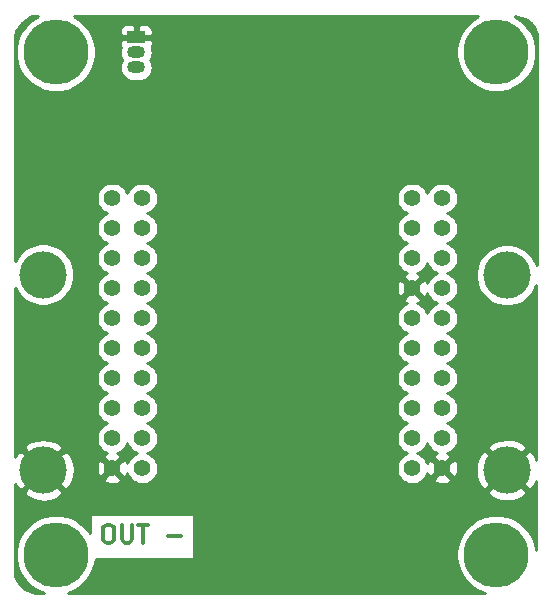
<source format=gtl>
G04 #@! TF.GenerationSoftware,KiCad,Pcbnew,5.1.5+dfsg1-2build2*
G04 #@! TF.CreationDate,2021-05-18T17:36:40-03:00*
G04 #@! TF.ProjectId,jbox_kicad,6a626f78-5f6b-4696-9361-642e6b696361,0*
G04 #@! TF.SameCoordinates,Original*
G04 #@! TF.FileFunction,Copper,L1,Top*
G04 #@! TF.FilePolarity,Positive*
%FSLAX46Y46*%
G04 Gerber Fmt 4.6, Leading zero omitted, Abs format (unit mm)*
G04 Created by KiCad (PCBNEW 5.1.5+dfsg1-2build2) date 2021-05-18 17:36:40*
%MOMM*%
%LPD*%
G04 APERTURE LIST*
%ADD10C,0.300000*%
%ADD11C,5.500000*%
%ADD12C,1.400000*%
%ADD13R,1.500000X1.050000*%
%ADD14O,1.500000X1.050000*%
%ADD15C,4.000000*%
%ADD16C,0.762000*%
%ADD17C,0.254000*%
G04 APERTURE END LIST*
D10*
X218297500Y-150435571D02*
X218583214Y-150435571D01*
X218726071Y-150507000D01*
X218868928Y-150649857D01*
X218940357Y-150935571D01*
X218940357Y-151435571D01*
X218868928Y-151721285D01*
X218726071Y-151864142D01*
X218583214Y-151935571D01*
X218297500Y-151935571D01*
X218154642Y-151864142D01*
X218011785Y-151721285D01*
X217940357Y-151435571D01*
X217940357Y-150935571D01*
X218011785Y-150649857D01*
X218154642Y-150507000D01*
X218297500Y-150435571D01*
X219583214Y-150435571D02*
X219583214Y-151649857D01*
X219654642Y-151792714D01*
X219726071Y-151864142D01*
X219868928Y-151935571D01*
X220154642Y-151935571D01*
X220297500Y-151864142D01*
X220368928Y-151792714D01*
X220440357Y-151649857D01*
X220440357Y-150435571D01*
X220940357Y-150435571D02*
X221797500Y-150435571D01*
X221368928Y-151935571D02*
X221368928Y-150435571D01*
X223440357Y-151364142D02*
X224583214Y-151364142D01*
D11*
X213992460Y-110397500D03*
X251269500Y-110397500D03*
X213992460Y-152942500D03*
X251269500Y-152942500D03*
D12*
X221310200Y-145643600D03*
X218770200Y-145643600D03*
X218770200Y-143103600D03*
X221310200Y-143103600D03*
X218770200Y-140563600D03*
X221310200Y-140563600D03*
X218770200Y-138023600D03*
X221310200Y-138023600D03*
X218770200Y-135483600D03*
X221310200Y-135483600D03*
X218770200Y-132943600D03*
X221310200Y-132943600D03*
X218770200Y-130403600D03*
X221310200Y-130403600D03*
X218770200Y-127863600D03*
X221310200Y-127863600D03*
X218770200Y-125323600D03*
X221310200Y-125323600D03*
X218770200Y-122783600D03*
X221310200Y-122783600D03*
X244170200Y-145643600D03*
X246710200Y-145643600D03*
X244170200Y-143103600D03*
X246710200Y-143103600D03*
X244170200Y-140563600D03*
X246710200Y-140563600D03*
X244170200Y-138023600D03*
X246710200Y-138023600D03*
X244170200Y-135483600D03*
X246710200Y-135483600D03*
X244170200Y-132943600D03*
X246710200Y-132943600D03*
X244170200Y-130403600D03*
X246710200Y-130403600D03*
X244170200Y-127863600D03*
X246710200Y-127863600D03*
X244170200Y-125323600D03*
X246710200Y-125323600D03*
X244170200Y-122783600D03*
X246710200Y-122783600D03*
D13*
X220789500Y-109156500D03*
D14*
X220789500Y-111696500D03*
X220789500Y-110426500D03*
D15*
X252171200Y-129286000D03*
X212915500Y-129232660D03*
X252171200Y-145796000D03*
X212928200Y-145806160D03*
D16*
X214058500Y-118173500D03*
X222567500Y-114744500D03*
X222567500Y-115633500D03*
X252285500Y-148844000D03*
X214058500Y-116014500D03*
X214058500Y-121539000D03*
X213106000Y-148844000D03*
X253809500Y-122618500D03*
X253809500Y-124714000D03*
X216090500Y-126174500D03*
X213995000Y-114363500D03*
D17*
G36*
X249666101Y-107397752D02*
G01*
X249111688Y-107768198D01*
X248640198Y-108239688D01*
X248269752Y-108794101D01*
X248014583Y-109410132D01*
X247884500Y-110064107D01*
X247884500Y-110730893D01*
X248014583Y-111384868D01*
X248269752Y-112000899D01*
X248640198Y-112555312D01*
X249111688Y-113026802D01*
X249666101Y-113397248D01*
X250282132Y-113652417D01*
X250936107Y-113782500D01*
X251602893Y-113782500D01*
X252256868Y-113652417D01*
X252872899Y-113397248D01*
X253427312Y-113026802D01*
X253898802Y-112555312D01*
X254269248Y-112000899D01*
X254524417Y-111384868D01*
X254654500Y-110730893D01*
X254654500Y-110064107D01*
X254524417Y-109410132D01*
X254269248Y-108794101D01*
X253898802Y-108239688D01*
X253427312Y-107768198D01*
X252872899Y-107397752D01*
X252841400Y-107384705D01*
X253063891Y-107401461D01*
X253470527Y-107514283D01*
X253847504Y-107703939D01*
X254180465Y-107963206D01*
X254456725Y-108282206D01*
X254673732Y-108662766D01*
X254711015Y-108758299D01*
X254683606Y-128465897D01*
X254506307Y-128037859D01*
X254217938Y-127606285D01*
X253850915Y-127239262D01*
X253419341Y-126950893D01*
X252939801Y-126752261D01*
X252430725Y-126651000D01*
X251911675Y-126651000D01*
X251402599Y-126752261D01*
X250923059Y-126950893D01*
X250491485Y-127239262D01*
X250124462Y-127606285D01*
X249836093Y-128037859D01*
X249637461Y-128517399D01*
X249536200Y-129026475D01*
X249536200Y-129545525D01*
X249637461Y-130054601D01*
X249836093Y-130534141D01*
X250124462Y-130965715D01*
X250491485Y-131332738D01*
X250923059Y-131621107D01*
X251402599Y-131819739D01*
X251911675Y-131921000D01*
X252430725Y-131921000D01*
X252939801Y-131819739D01*
X253419341Y-131621107D01*
X253850915Y-131332738D01*
X254217938Y-130965715D01*
X254506307Y-130534141D01*
X254681317Y-130111629D01*
X254660711Y-144928409D01*
X254608479Y-144761474D01*
X254385458Y-144344228D01*
X254018699Y-144128106D01*
X252350805Y-145796000D01*
X254018699Y-147463894D01*
X254385458Y-147247772D01*
X254626138Y-146787895D01*
X254658277Y-146678525D01*
X254650060Y-152586785D01*
X254524417Y-151955132D01*
X254269248Y-151339101D01*
X253898802Y-150784688D01*
X253427312Y-150313198D01*
X252872899Y-149942752D01*
X252256868Y-149687583D01*
X251602893Y-149557500D01*
X250936107Y-149557500D01*
X250282132Y-149687583D01*
X249666101Y-149942752D01*
X249111688Y-150313198D01*
X248640198Y-150784688D01*
X248269752Y-151339101D01*
X248014583Y-151955132D01*
X247884500Y-152609107D01*
X247884500Y-153275893D01*
X248014583Y-153929868D01*
X248269752Y-154545899D01*
X248640198Y-155100312D01*
X249111688Y-155571802D01*
X249666101Y-155942248D01*
X250281850Y-156197300D01*
X214980110Y-156197300D01*
X215595859Y-155942248D01*
X216150272Y-155571802D01*
X216621762Y-155100312D01*
X216992208Y-154545899D01*
X217247377Y-153929868D01*
X217375251Y-153287000D01*
X225725357Y-153287000D01*
X225725357Y-149467000D01*
X216869643Y-149467000D01*
X216869643Y-151155669D01*
X216621762Y-150784688D01*
X216150272Y-150313198D01*
X215595859Y-149942752D01*
X214979828Y-149687583D01*
X214325853Y-149557500D01*
X213659067Y-149557500D01*
X213005092Y-149687583D01*
X212389061Y-149942752D01*
X211834648Y-150313198D01*
X211363158Y-150784688D01*
X210992712Y-151339101D01*
X210737543Y-151955132D01*
X210607460Y-152609107D01*
X210607460Y-153275893D01*
X210737543Y-153929868D01*
X210992712Y-154545899D01*
X211363158Y-155100312D01*
X211834648Y-155571802D01*
X212389061Y-155942248D01*
X213004810Y-156197300D01*
X212658216Y-156197300D01*
X212198221Y-156162231D01*
X211791229Y-156048905D01*
X211414002Y-155858687D01*
X211080903Y-155598818D01*
X210804625Y-155279202D01*
X210587452Y-154897533D01*
X210553150Y-154809850D01*
X210544358Y-147653659D01*
X211260306Y-147653659D01*
X211476428Y-148020418D01*
X211936305Y-148261098D01*
X212434298Y-148407435D01*
X212951271Y-148453808D01*
X213467359Y-148398433D01*
X213962726Y-148243439D01*
X214379972Y-148020418D01*
X214596094Y-147653659D01*
X214585934Y-147643499D01*
X250503306Y-147643499D01*
X250719428Y-148010258D01*
X251179305Y-148250938D01*
X251677298Y-148397275D01*
X252194271Y-148443648D01*
X252710359Y-148388273D01*
X253205726Y-148233279D01*
X253622972Y-148010258D01*
X253839094Y-147643499D01*
X252171200Y-145975605D01*
X250503306Y-147643499D01*
X214585934Y-147643499D01*
X212928200Y-145985765D01*
X211260306Y-147653659D01*
X210544358Y-147653659D01*
X210543479Y-146939016D01*
X210713942Y-147257932D01*
X211080701Y-147474054D01*
X212748595Y-145806160D01*
X213107805Y-145806160D01*
X214775699Y-147474054D01*
X215142458Y-147257932D01*
X215383138Y-146798055D01*
X215451660Y-146564869D01*
X218028536Y-146564869D01*
X218087997Y-146798637D01*
X218326442Y-146909534D01*
X218581940Y-146971783D01*
X218844673Y-146982990D01*
X219104544Y-146942725D01*
X219351566Y-146852535D01*
X219452403Y-146798637D01*
X219511864Y-146564869D01*
X218770200Y-145823205D01*
X218028536Y-146564869D01*
X215451660Y-146564869D01*
X215529475Y-146300062D01*
X215575848Y-145783089D01*
X215568872Y-145718073D01*
X217430810Y-145718073D01*
X217471075Y-145977944D01*
X217561265Y-146224966D01*
X217615163Y-146325803D01*
X217848931Y-146385264D01*
X218590595Y-145643600D01*
X217848931Y-144901936D01*
X217615163Y-144961397D01*
X217504266Y-145199842D01*
X217442017Y-145455340D01*
X217430810Y-145718073D01*
X215568872Y-145718073D01*
X215520473Y-145267001D01*
X215365479Y-144771634D01*
X215142458Y-144354388D01*
X214775699Y-144138266D01*
X213107805Y-145806160D01*
X212748595Y-145806160D01*
X211080701Y-144138266D01*
X210713942Y-144354388D01*
X210540710Y-144685389D01*
X210539818Y-143958661D01*
X211260306Y-143958661D01*
X212928200Y-145626555D01*
X214596094Y-143958661D01*
X214379972Y-143591902D01*
X213920095Y-143351222D01*
X213422102Y-143204885D01*
X212905129Y-143158512D01*
X212389041Y-143213887D01*
X211893674Y-143368881D01*
X211476428Y-143591902D01*
X211260306Y-143958661D01*
X210539818Y-143958661D01*
X210523087Y-130342451D01*
X210580393Y-130480801D01*
X210868762Y-130912375D01*
X211235785Y-131279398D01*
X211667359Y-131567767D01*
X212146899Y-131766399D01*
X212655975Y-131867660D01*
X213175025Y-131867660D01*
X213684101Y-131766399D01*
X214163641Y-131567767D01*
X214595215Y-131279398D01*
X214962238Y-130912375D01*
X215250607Y-130480801D01*
X215449239Y-130001261D01*
X215550500Y-129492185D01*
X215550500Y-128973135D01*
X215449239Y-128464059D01*
X215250607Y-127984519D01*
X214962238Y-127552945D01*
X214595215Y-127185922D01*
X214163641Y-126897553D01*
X213684101Y-126698921D01*
X213175025Y-126597660D01*
X212655975Y-126597660D01*
X212146899Y-126698921D01*
X211667359Y-126897553D01*
X211235785Y-127185922D01*
X210868762Y-127552945D01*
X210580393Y-127984519D01*
X210520367Y-128129434D01*
X210513637Y-122652114D01*
X217435200Y-122652114D01*
X217435200Y-122915086D01*
X217486504Y-123173005D01*
X217587139Y-123415959D01*
X217733238Y-123634613D01*
X217919187Y-123820562D01*
X218137841Y-123966661D01*
X218347730Y-124053600D01*
X218137841Y-124140539D01*
X217919187Y-124286638D01*
X217733238Y-124472587D01*
X217587139Y-124691241D01*
X217486504Y-124934195D01*
X217435200Y-125192114D01*
X217435200Y-125455086D01*
X217486504Y-125713005D01*
X217587139Y-125955959D01*
X217733238Y-126174613D01*
X217919187Y-126360562D01*
X218137841Y-126506661D01*
X218347730Y-126593600D01*
X218137841Y-126680539D01*
X217919187Y-126826638D01*
X217733238Y-127012587D01*
X217587139Y-127231241D01*
X217486504Y-127474195D01*
X217435200Y-127732114D01*
X217435200Y-127995086D01*
X217486504Y-128253005D01*
X217587139Y-128495959D01*
X217733238Y-128714613D01*
X217919187Y-128900562D01*
X218137841Y-129046661D01*
X218347730Y-129133600D01*
X218137841Y-129220539D01*
X217919187Y-129366638D01*
X217733238Y-129552587D01*
X217587139Y-129771241D01*
X217486504Y-130014195D01*
X217435200Y-130272114D01*
X217435200Y-130535086D01*
X217486504Y-130793005D01*
X217587139Y-131035959D01*
X217733238Y-131254613D01*
X217919187Y-131440562D01*
X218137841Y-131586661D01*
X218347730Y-131673600D01*
X218137841Y-131760539D01*
X217919187Y-131906638D01*
X217733238Y-132092587D01*
X217587139Y-132311241D01*
X217486504Y-132554195D01*
X217435200Y-132812114D01*
X217435200Y-133075086D01*
X217486504Y-133333005D01*
X217587139Y-133575959D01*
X217733238Y-133794613D01*
X217919187Y-133980562D01*
X218137841Y-134126661D01*
X218347730Y-134213600D01*
X218137841Y-134300539D01*
X217919187Y-134446638D01*
X217733238Y-134632587D01*
X217587139Y-134851241D01*
X217486504Y-135094195D01*
X217435200Y-135352114D01*
X217435200Y-135615086D01*
X217486504Y-135873005D01*
X217587139Y-136115959D01*
X217733238Y-136334613D01*
X217919187Y-136520562D01*
X218137841Y-136666661D01*
X218347730Y-136753600D01*
X218137841Y-136840539D01*
X217919187Y-136986638D01*
X217733238Y-137172587D01*
X217587139Y-137391241D01*
X217486504Y-137634195D01*
X217435200Y-137892114D01*
X217435200Y-138155086D01*
X217486504Y-138413005D01*
X217587139Y-138655959D01*
X217733238Y-138874613D01*
X217919187Y-139060562D01*
X218137841Y-139206661D01*
X218347730Y-139293600D01*
X218137841Y-139380539D01*
X217919187Y-139526638D01*
X217733238Y-139712587D01*
X217587139Y-139931241D01*
X217486504Y-140174195D01*
X217435200Y-140432114D01*
X217435200Y-140695086D01*
X217486504Y-140953005D01*
X217587139Y-141195959D01*
X217733238Y-141414613D01*
X217919187Y-141600562D01*
X218137841Y-141746661D01*
X218347730Y-141833600D01*
X218137841Y-141920539D01*
X217919187Y-142066638D01*
X217733238Y-142252587D01*
X217587139Y-142471241D01*
X217486504Y-142714195D01*
X217435200Y-142972114D01*
X217435200Y-143235086D01*
X217486504Y-143493005D01*
X217587139Y-143735959D01*
X217733238Y-143954613D01*
X217919187Y-144140562D01*
X218137841Y-144286661D01*
X218351644Y-144375221D01*
X218188834Y-144434665D01*
X218087997Y-144488563D01*
X218028536Y-144722331D01*
X218770200Y-145463995D01*
X219511864Y-144722331D01*
X219452403Y-144488563D01*
X219213958Y-144377666D01*
X219194373Y-144372894D01*
X219402559Y-144286661D01*
X219621213Y-144140562D01*
X219807162Y-143954613D01*
X219953261Y-143735959D01*
X220040200Y-143526070D01*
X220127139Y-143735959D01*
X220273238Y-143954613D01*
X220459187Y-144140562D01*
X220677841Y-144286661D01*
X220887730Y-144373600D01*
X220677841Y-144460539D01*
X220459187Y-144606638D01*
X220273238Y-144792587D01*
X220127139Y-145011241D01*
X220038579Y-145225044D01*
X219979135Y-145062234D01*
X219925237Y-144961397D01*
X219691469Y-144901936D01*
X218949805Y-145643600D01*
X219691469Y-146385264D01*
X219925237Y-146325803D01*
X220036134Y-146087358D01*
X220040906Y-146067773D01*
X220127139Y-146275959D01*
X220273238Y-146494613D01*
X220459187Y-146680562D01*
X220677841Y-146826661D01*
X220920795Y-146927296D01*
X221178714Y-146978600D01*
X221441686Y-146978600D01*
X221699605Y-146927296D01*
X221942559Y-146826661D01*
X222161213Y-146680562D01*
X222347162Y-146494613D01*
X222493261Y-146275959D01*
X222593896Y-146033005D01*
X222645200Y-145775086D01*
X222645200Y-145512114D01*
X222593896Y-145254195D01*
X222493261Y-145011241D01*
X222347162Y-144792587D01*
X222161213Y-144606638D01*
X221942559Y-144460539D01*
X221732670Y-144373600D01*
X221942559Y-144286661D01*
X222161213Y-144140562D01*
X222347162Y-143954613D01*
X222493261Y-143735959D01*
X222593896Y-143493005D01*
X222645200Y-143235086D01*
X222645200Y-142972114D01*
X222593896Y-142714195D01*
X222493261Y-142471241D01*
X222347162Y-142252587D01*
X222161213Y-142066638D01*
X221942559Y-141920539D01*
X221732670Y-141833600D01*
X221942559Y-141746661D01*
X222161213Y-141600562D01*
X222347162Y-141414613D01*
X222493261Y-141195959D01*
X222593896Y-140953005D01*
X222645200Y-140695086D01*
X222645200Y-140432114D01*
X222593896Y-140174195D01*
X222493261Y-139931241D01*
X222347162Y-139712587D01*
X222161213Y-139526638D01*
X221942559Y-139380539D01*
X221732670Y-139293600D01*
X221942559Y-139206661D01*
X222161213Y-139060562D01*
X222347162Y-138874613D01*
X222493261Y-138655959D01*
X222593896Y-138413005D01*
X222645200Y-138155086D01*
X222645200Y-137892114D01*
X222593896Y-137634195D01*
X222493261Y-137391241D01*
X222347162Y-137172587D01*
X222161213Y-136986638D01*
X221942559Y-136840539D01*
X221732670Y-136753600D01*
X221942559Y-136666661D01*
X222161213Y-136520562D01*
X222347162Y-136334613D01*
X222493261Y-136115959D01*
X222593896Y-135873005D01*
X222645200Y-135615086D01*
X222645200Y-135352114D01*
X222593896Y-135094195D01*
X222493261Y-134851241D01*
X222347162Y-134632587D01*
X222161213Y-134446638D01*
X221942559Y-134300539D01*
X221732670Y-134213600D01*
X221942559Y-134126661D01*
X222161213Y-133980562D01*
X222347162Y-133794613D01*
X222493261Y-133575959D01*
X222593896Y-133333005D01*
X222645200Y-133075086D01*
X222645200Y-132812114D01*
X222593896Y-132554195D01*
X222493261Y-132311241D01*
X222347162Y-132092587D01*
X222161213Y-131906638D01*
X221942559Y-131760539D01*
X221732670Y-131673600D01*
X221942559Y-131586661D01*
X222161213Y-131440562D01*
X222347162Y-131254613D01*
X222493261Y-131035959D01*
X222593896Y-130793005D01*
X222645200Y-130535086D01*
X222645200Y-130478073D01*
X242830810Y-130478073D01*
X242871075Y-130737944D01*
X242961265Y-130984966D01*
X243015163Y-131085803D01*
X243248931Y-131145264D01*
X243990595Y-130403600D01*
X243248931Y-129661936D01*
X243015163Y-129721397D01*
X242904266Y-129959842D01*
X242842017Y-130215340D01*
X242830810Y-130478073D01*
X222645200Y-130478073D01*
X222645200Y-130272114D01*
X222593896Y-130014195D01*
X222493261Y-129771241D01*
X222347162Y-129552587D01*
X222161213Y-129366638D01*
X221942559Y-129220539D01*
X221732670Y-129133600D01*
X221942559Y-129046661D01*
X222161213Y-128900562D01*
X222347162Y-128714613D01*
X222493261Y-128495959D01*
X222593896Y-128253005D01*
X222645200Y-127995086D01*
X222645200Y-127732114D01*
X222593896Y-127474195D01*
X222493261Y-127231241D01*
X222347162Y-127012587D01*
X222161213Y-126826638D01*
X221942559Y-126680539D01*
X221732670Y-126593600D01*
X221942559Y-126506661D01*
X222161213Y-126360562D01*
X222347162Y-126174613D01*
X222493261Y-125955959D01*
X222593896Y-125713005D01*
X222645200Y-125455086D01*
X222645200Y-125192114D01*
X222593896Y-124934195D01*
X222493261Y-124691241D01*
X222347162Y-124472587D01*
X222161213Y-124286638D01*
X221942559Y-124140539D01*
X221732670Y-124053600D01*
X221942559Y-123966661D01*
X222161213Y-123820562D01*
X222347162Y-123634613D01*
X222493261Y-123415959D01*
X222593896Y-123173005D01*
X222645200Y-122915086D01*
X222645200Y-122652114D01*
X242835200Y-122652114D01*
X242835200Y-122915086D01*
X242886504Y-123173005D01*
X242987139Y-123415959D01*
X243133238Y-123634613D01*
X243319187Y-123820562D01*
X243537841Y-123966661D01*
X243747730Y-124053600D01*
X243537841Y-124140539D01*
X243319187Y-124286638D01*
X243133238Y-124472587D01*
X242987139Y-124691241D01*
X242886504Y-124934195D01*
X242835200Y-125192114D01*
X242835200Y-125455086D01*
X242886504Y-125713005D01*
X242987139Y-125955959D01*
X243133238Y-126174613D01*
X243319187Y-126360562D01*
X243537841Y-126506661D01*
X243747730Y-126593600D01*
X243537841Y-126680539D01*
X243319187Y-126826638D01*
X243133238Y-127012587D01*
X242987139Y-127231241D01*
X242886504Y-127474195D01*
X242835200Y-127732114D01*
X242835200Y-127995086D01*
X242886504Y-128253005D01*
X242987139Y-128495959D01*
X243133238Y-128714613D01*
X243319187Y-128900562D01*
X243537841Y-129046661D01*
X243751644Y-129135221D01*
X243588834Y-129194665D01*
X243487997Y-129248563D01*
X243428536Y-129482331D01*
X244170200Y-130223995D01*
X244911864Y-129482331D01*
X244852403Y-129248563D01*
X244613958Y-129137666D01*
X244594373Y-129132894D01*
X244802559Y-129046661D01*
X245021213Y-128900562D01*
X245207162Y-128714613D01*
X245353261Y-128495959D01*
X245440200Y-128286070D01*
X245527139Y-128495959D01*
X245673238Y-128714613D01*
X245859187Y-128900562D01*
X246077841Y-129046661D01*
X246287730Y-129133600D01*
X246077841Y-129220539D01*
X245859187Y-129366638D01*
X245673238Y-129552587D01*
X245527139Y-129771241D01*
X245438579Y-129985044D01*
X245379135Y-129822234D01*
X245325237Y-129721397D01*
X245091469Y-129661936D01*
X244349805Y-130403600D01*
X245091469Y-131145264D01*
X245325237Y-131085803D01*
X245436134Y-130847358D01*
X245440906Y-130827773D01*
X245527139Y-131035959D01*
X245673238Y-131254613D01*
X245859187Y-131440562D01*
X246077841Y-131586661D01*
X246287730Y-131673600D01*
X246077841Y-131760539D01*
X245859187Y-131906638D01*
X245673238Y-132092587D01*
X245527139Y-132311241D01*
X245440200Y-132521130D01*
X245353261Y-132311241D01*
X245207162Y-132092587D01*
X245021213Y-131906638D01*
X244802559Y-131760539D01*
X244588756Y-131671979D01*
X244751566Y-131612535D01*
X244852403Y-131558637D01*
X244911864Y-131324869D01*
X244170200Y-130583205D01*
X243428536Y-131324869D01*
X243487997Y-131558637D01*
X243726442Y-131669534D01*
X243746027Y-131674306D01*
X243537841Y-131760539D01*
X243319187Y-131906638D01*
X243133238Y-132092587D01*
X242987139Y-132311241D01*
X242886504Y-132554195D01*
X242835200Y-132812114D01*
X242835200Y-133075086D01*
X242886504Y-133333005D01*
X242987139Y-133575959D01*
X243133238Y-133794613D01*
X243319187Y-133980562D01*
X243537841Y-134126661D01*
X243747730Y-134213600D01*
X243537841Y-134300539D01*
X243319187Y-134446638D01*
X243133238Y-134632587D01*
X242987139Y-134851241D01*
X242886504Y-135094195D01*
X242835200Y-135352114D01*
X242835200Y-135615086D01*
X242886504Y-135873005D01*
X242987139Y-136115959D01*
X243133238Y-136334613D01*
X243319187Y-136520562D01*
X243537841Y-136666661D01*
X243747730Y-136753600D01*
X243537841Y-136840539D01*
X243319187Y-136986638D01*
X243133238Y-137172587D01*
X242987139Y-137391241D01*
X242886504Y-137634195D01*
X242835200Y-137892114D01*
X242835200Y-138155086D01*
X242886504Y-138413005D01*
X242987139Y-138655959D01*
X243133238Y-138874613D01*
X243319187Y-139060562D01*
X243537841Y-139206661D01*
X243747730Y-139293600D01*
X243537841Y-139380539D01*
X243319187Y-139526638D01*
X243133238Y-139712587D01*
X242987139Y-139931241D01*
X242886504Y-140174195D01*
X242835200Y-140432114D01*
X242835200Y-140695086D01*
X242886504Y-140953005D01*
X242987139Y-141195959D01*
X243133238Y-141414613D01*
X243319187Y-141600562D01*
X243537841Y-141746661D01*
X243747730Y-141833600D01*
X243537841Y-141920539D01*
X243319187Y-142066638D01*
X243133238Y-142252587D01*
X242987139Y-142471241D01*
X242886504Y-142714195D01*
X242835200Y-142972114D01*
X242835200Y-143235086D01*
X242886504Y-143493005D01*
X242987139Y-143735959D01*
X243133238Y-143954613D01*
X243319187Y-144140562D01*
X243537841Y-144286661D01*
X243747730Y-144373600D01*
X243537841Y-144460539D01*
X243319187Y-144606638D01*
X243133238Y-144792587D01*
X242987139Y-145011241D01*
X242886504Y-145254195D01*
X242835200Y-145512114D01*
X242835200Y-145775086D01*
X242886504Y-146033005D01*
X242987139Y-146275959D01*
X243133238Y-146494613D01*
X243319187Y-146680562D01*
X243537841Y-146826661D01*
X243780795Y-146927296D01*
X244038714Y-146978600D01*
X244301686Y-146978600D01*
X244559605Y-146927296D01*
X244802559Y-146826661D01*
X245021213Y-146680562D01*
X245136906Y-146564869D01*
X245968536Y-146564869D01*
X246027997Y-146798637D01*
X246266442Y-146909534D01*
X246521940Y-146971783D01*
X246784673Y-146982990D01*
X247044544Y-146942725D01*
X247291566Y-146852535D01*
X247392403Y-146798637D01*
X247451864Y-146564869D01*
X246710200Y-145823205D01*
X245968536Y-146564869D01*
X245136906Y-146564869D01*
X245207162Y-146494613D01*
X245353261Y-146275959D01*
X245441821Y-146062156D01*
X245501265Y-146224966D01*
X245555163Y-146325803D01*
X245788931Y-146385264D01*
X246530595Y-145643600D01*
X246889805Y-145643600D01*
X247631469Y-146385264D01*
X247865237Y-146325803D01*
X247976134Y-146087358D01*
X248038383Y-145831860D01*
X248038928Y-145819071D01*
X249523552Y-145819071D01*
X249578927Y-146335159D01*
X249733921Y-146830526D01*
X249956942Y-147247772D01*
X250323701Y-147463894D01*
X251991595Y-145796000D01*
X250323701Y-144128106D01*
X249956942Y-144344228D01*
X249716262Y-144804105D01*
X249569925Y-145302098D01*
X249523552Y-145819071D01*
X248038928Y-145819071D01*
X248049590Y-145569127D01*
X248009325Y-145309256D01*
X247919135Y-145062234D01*
X247865237Y-144961397D01*
X247631469Y-144901936D01*
X246889805Y-145643600D01*
X246530595Y-145643600D01*
X245788931Y-144901936D01*
X245555163Y-144961397D01*
X245444266Y-145199842D01*
X245439494Y-145219427D01*
X245353261Y-145011241D01*
X245207162Y-144792587D01*
X245021213Y-144606638D01*
X244802559Y-144460539D01*
X244592670Y-144373600D01*
X244802559Y-144286661D01*
X245021213Y-144140562D01*
X245207162Y-143954613D01*
X245353261Y-143735959D01*
X245440200Y-143526070D01*
X245527139Y-143735959D01*
X245673238Y-143954613D01*
X245859187Y-144140562D01*
X246077841Y-144286661D01*
X246291644Y-144375221D01*
X246128834Y-144434665D01*
X246027997Y-144488563D01*
X245968536Y-144722331D01*
X246710200Y-145463995D01*
X247451864Y-144722331D01*
X247392403Y-144488563D01*
X247153958Y-144377666D01*
X247134373Y-144372894D01*
X247342559Y-144286661D01*
X247561213Y-144140562D01*
X247747162Y-143954613D01*
X247751245Y-143948501D01*
X250503306Y-143948501D01*
X252171200Y-145616395D01*
X253839094Y-143948501D01*
X253622972Y-143581742D01*
X253163095Y-143341062D01*
X252665102Y-143194725D01*
X252148129Y-143148352D01*
X251632041Y-143203727D01*
X251136674Y-143358721D01*
X250719428Y-143581742D01*
X250503306Y-143948501D01*
X247751245Y-143948501D01*
X247893261Y-143735959D01*
X247993896Y-143493005D01*
X248045200Y-143235086D01*
X248045200Y-142972114D01*
X247993896Y-142714195D01*
X247893261Y-142471241D01*
X247747162Y-142252587D01*
X247561213Y-142066638D01*
X247342559Y-141920539D01*
X247132670Y-141833600D01*
X247342559Y-141746661D01*
X247561213Y-141600562D01*
X247747162Y-141414613D01*
X247893261Y-141195959D01*
X247993896Y-140953005D01*
X248045200Y-140695086D01*
X248045200Y-140432114D01*
X247993896Y-140174195D01*
X247893261Y-139931241D01*
X247747162Y-139712587D01*
X247561213Y-139526638D01*
X247342559Y-139380539D01*
X247132670Y-139293600D01*
X247342559Y-139206661D01*
X247561213Y-139060562D01*
X247747162Y-138874613D01*
X247893261Y-138655959D01*
X247993896Y-138413005D01*
X248045200Y-138155086D01*
X248045200Y-137892114D01*
X247993896Y-137634195D01*
X247893261Y-137391241D01*
X247747162Y-137172587D01*
X247561213Y-136986638D01*
X247342559Y-136840539D01*
X247132670Y-136753600D01*
X247342559Y-136666661D01*
X247561213Y-136520562D01*
X247747162Y-136334613D01*
X247893261Y-136115959D01*
X247993896Y-135873005D01*
X248045200Y-135615086D01*
X248045200Y-135352114D01*
X247993896Y-135094195D01*
X247893261Y-134851241D01*
X247747162Y-134632587D01*
X247561213Y-134446638D01*
X247342559Y-134300539D01*
X247132670Y-134213600D01*
X247342559Y-134126661D01*
X247561213Y-133980562D01*
X247747162Y-133794613D01*
X247893261Y-133575959D01*
X247993896Y-133333005D01*
X248045200Y-133075086D01*
X248045200Y-132812114D01*
X247993896Y-132554195D01*
X247893261Y-132311241D01*
X247747162Y-132092587D01*
X247561213Y-131906638D01*
X247342559Y-131760539D01*
X247132670Y-131673600D01*
X247342559Y-131586661D01*
X247561213Y-131440562D01*
X247747162Y-131254613D01*
X247893261Y-131035959D01*
X247993896Y-130793005D01*
X248045200Y-130535086D01*
X248045200Y-130272114D01*
X247993896Y-130014195D01*
X247893261Y-129771241D01*
X247747162Y-129552587D01*
X247561213Y-129366638D01*
X247342559Y-129220539D01*
X247132670Y-129133600D01*
X247342559Y-129046661D01*
X247561213Y-128900562D01*
X247747162Y-128714613D01*
X247893261Y-128495959D01*
X247993896Y-128253005D01*
X248045200Y-127995086D01*
X248045200Y-127732114D01*
X247993896Y-127474195D01*
X247893261Y-127231241D01*
X247747162Y-127012587D01*
X247561213Y-126826638D01*
X247342559Y-126680539D01*
X247132670Y-126593600D01*
X247342559Y-126506661D01*
X247561213Y-126360562D01*
X247747162Y-126174613D01*
X247893261Y-125955959D01*
X247993896Y-125713005D01*
X248045200Y-125455086D01*
X248045200Y-125192114D01*
X247993896Y-124934195D01*
X247893261Y-124691241D01*
X247747162Y-124472587D01*
X247561213Y-124286638D01*
X247342559Y-124140539D01*
X247132670Y-124053600D01*
X247342559Y-123966661D01*
X247561213Y-123820562D01*
X247747162Y-123634613D01*
X247893261Y-123415959D01*
X247993896Y-123173005D01*
X248045200Y-122915086D01*
X248045200Y-122652114D01*
X247993896Y-122394195D01*
X247893261Y-122151241D01*
X247747162Y-121932587D01*
X247561213Y-121746638D01*
X247342559Y-121600539D01*
X247099605Y-121499904D01*
X246841686Y-121448600D01*
X246578714Y-121448600D01*
X246320795Y-121499904D01*
X246077841Y-121600539D01*
X245859187Y-121746638D01*
X245673238Y-121932587D01*
X245527139Y-122151241D01*
X245440200Y-122361130D01*
X245353261Y-122151241D01*
X245207162Y-121932587D01*
X245021213Y-121746638D01*
X244802559Y-121600539D01*
X244559605Y-121499904D01*
X244301686Y-121448600D01*
X244038714Y-121448600D01*
X243780795Y-121499904D01*
X243537841Y-121600539D01*
X243319187Y-121746638D01*
X243133238Y-121932587D01*
X242987139Y-122151241D01*
X242886504Y-122394195D01*
X242835200Y-122652114D01*
X222645200Y-122652114D01*
X222593896Y-122394195D01*
X222493261Y-122151241D01*
X222347162Y-121932587D01*
X222161213Y-121746638D01*
X221942559Y-121600539D01*
X221699605Y-121499904D01*
X221441686Y-121448600D01*
X221178714Y-121448600D01*
X220920795Y-121499904D01*
X220677841Y-121600539D01*
X220459187Y-121746638D01*
X220273238Y-121932587D01*
X220127139Y-122151241D01*
X220040200Y-122361130D01*
X219953261Y-122151241D01*
X219807162Y-121932587D01*
X219621213Y-121746638D01*
X219402559Y-121600539D01*
X219159605Y-121499904D01*
X218901686Y-121448600D01*
X218638714Y-121448600D01*
X218380795Y-121499904D01*
X218137841Y-121600539D01*
X217919187Y-121746638D01*
X217733238Y-121932587D01*
X217587139Y-122151241D01*
X217486504Y-122394195D01*
X217435200Y-122652114D01*
X210513637Y-122652114D01*
X210497466Y-109491245D01*
X210536264Y-109026481D01*
X210652327Y-108620967D01*
X210844944Y-108245721D01*
X211106781Y-107915033D01*
X211427860Y-107641501D01*
X211808070Y-107428765D01*
X211942849Y-107378466D01*
X212435961Y-107378325D01*
X212389061Y-107397752D01*
X211834648Y-107768198D01*
X211363158Y-108239688D01*
X210992712Y-108794101D01*
X210737543Y-109410132D01*
X210607460Y-110064107D01*
X210607460Y-110730893D01*
X210737543Y-111384868D01*
X210992712Y-112000899D01*
X211363158Y-112555312D01*
X211834648Y-113026802D01*
X212389061Y-113397248D01*
X213005092Y-113652417D01*
X213659067Y-113782500D01*
X214325853Y-113782500D01*
X214979828Y-113652417D01*
X215595859Y-113397248D01*
X216150272Y-113026802D01*
X216621762Y-112555312D01*
X216992208Y-112000899D01*
X217247377Y-111384868D01*
X217377460Y-110730893D01*
X217377460Y-110426500D01*
X219398888Y-110426500D01*
X219421285Y-110653900D01*
X219487615Y-110872560D01*
X219588605Y-111061500D01*
X219487615Y-111250440D01*
X219421285Y-111469100D01*
X219398888Y-111696500D01*
X219421285Y-111923900D01*
X219487615Y-112142560D01*
X219595329Y-112344079D01*
X219740288Y-112520712D01*
X219916921Y-112665671D01*
X220118440Y-112773385D01*
X220337100Y-112839715D01*
X220507521Y-112856500D01*
X221071479Y-112856500D01*
X221241900Y-112839715D01*
X221460560Y-112773385D01*
X221662079Y-112665671D01*
X221838712Y-112520712D01*
X221983671Y-112344079D01*
X222091385Y-112142560D01*
X222157715Y-111923900D01*
X222180112Y-111696500D01*
X222157715Y-111469100D01*
X222091385Y-111250440D01*
X221990395Y-111061500D01*
X222091385Y-110872560D01*
X222157715Y-110653900D01*
X222180112Y-110426500D01*
X222157715Y-110199100D01*
X222094407Y-109990402D01*
X222129002Y-109925680D01*
X222165312Y-109805982D01*
X222177572Y-109681500D01*
X222174500Y-109442250D01*
X222015750Y-109283500D01*
X221242609Y-109283500D01*
X221241900Y-109283285D01*
X221071479Y-109266500D01*
X220507521Y-109266500D01*
X220337100Y-109283285D01*
X220336391Y-109283500D01*
X219563250Y-109283500D01*
X219404500Y-109442250D01*
X219401428Y-109681500D01*
X219413688Y-109805982D01*
X219449998Y-109925680D01*
X219484593Y-109990402D01*
X219421285Y-110199100D01*
X219398888Y-110426500D01*
X217377460Y-110426500D01*
X217377460Y-110064107D01*
X217247377Y-109410132D01*
X216992208Y-108794101D01*
X216883562Y-108631500D01*
X219401428Y-108631500D01*
X219404500Y-108870750D01*
X219563250Y-109029500D01*
X220662500Y-109029500D01*
X220662500Y-108155250D01*
X220916500Y-108155250D01*
X220916500Y-109029500D01*
X222015750Y-109029500D01*
X222174500Y-108870750D01*
X222177572Y-108631500D01*
X222165312Y-108507018D01*
X222129002Y-108387320D01*
X222070037Y-108277006D01*
X221990685Y-108180315D01*
X221893994Y-108100963D01*
X221783680Y-108041998D01*
X221663982Y-108005688D01*
X221539500Y-107993428D01*
X221075250Y-107996500D01*
X220916500Y-108155250D01*
X220662500Y-108155250D01*
X220503750Y-107996500D01*
X220039500Y-107993428D01*
X219915018Y-108005688D01*
X219795320Y-108041998D01*
X219685006Y-108100963D01*
X219588315Y-108180315D01*
X219508963Y-108277006D01*
X219449998Y-108387320D01*
X219413688Y-108507018D01*
X219401428Y-108631500D01*
X216883562Y-108631500D01*
X216621762Y-108239688D01*
X216150272Y-107768198D01*
X215595859Y-107397752D01*
X215546811Y-107377436D01*
X249738762Y-107367655D01*
X249666101Y-107397752D01*
G37*
X249666101Y-107397752D02*
X249111688Y-107768198D01*
X248640198Y-108239688D01*
X248269752Y-108794101D01*
X248014583Y-109410132D01*
X247884500Y-110064107D01*
X247884500Y-110730893D01*
X248014583Y-111384868D01*
X248269752Y-112000899D01*
X248640198Y-112555312D01*
X249111688Y-113026802D01*
X249666101Y-113397248D01*
X250282132Y-113652417D01*
X250936107Y-113782500D01*
X251602893Y-113782500D01*
X252256868Y-113652417D01*
X252872899Y-113397248D01*
X253427312Y-113026802D01*
X253898802Y-112555312D01*
X254269248Y-112000899D01*
X254524417Y-111384868D01*
X254654500Y-110730893D01*
X254654500Y-110064107D01*
X254524417Y-109410132D01*
X254269248Y-108794101D01*
X253898802Y-108239688D01*
X253427312Y-107768198D01*
X252872899Y-107397752D01*
X252841400Y-107384705D01*
X253063891Y-107401461D01*
X253470527Y-107514283D01*
X253847504Y-107703939D01*
X254180465Y-107963206D01*
X254456725Y-108282206D01*
X254673732Y-108662766D01*
X254711015Y-108758299D01*
X254683606Y-128465897D01*
X254506307Y-128037859D01*
X254217938Y-127606285D01*
X253850915Y-127239262D01*
X253419341Y-126950893D01*
X252939801Y-126752261D01*
X252430725Y-126651000D01*
X251911675Y-126651000D01*
X251402599Y-126752261D01*
X250923059Y-126950893D01*
X250491485Y-127239262D01*
X250124462Y-127606285D01*
X249836093Y-128037859D01*
X249637461Y-128517399D01*
X249536200Y-129026475D01*
X249536200Y-129545525D01*
X249637461Y-130054601D01*
X249836093Y-130534141D01*
X250124462Y-130965715D01*
X250491485Y-131332738D01*
X250923059Y-131621107D01*
X251402599Y-131819739D01*
X251911675Y-131921000D01*
X252430725Y-131921000D01*
X252939801Y-131819739D01*
X253419341Y-131621107D01*
X253850915Y-131332738D01*
X254217938Y-130965715D01*
X254506307Y-130534141D01*
X254681317Y-130111629D01*
X254660711Y-144928409D01*
X254608479Y-144761474D01*
X254385458Y-144344228D01*
X254018699Y-144128106D01*
X252350805Y-145796000D01*
X254018699Y-147463894D01*
X254385458Y-147247772D01*
X254626138Y-146787895D01*
X254658277Y-146678525D01*
X254650060Y-152586785D01*
X254524417Y-151955132D01*
X254269248Y-151339101D01*
X253898802Y-150784688D01*
X253427312Y-150313198D01*
X252872899Y-149942752D01*
X252256868Y-149687583D01*
X251602893Y-149557500D01*
X250936107Y-149557500D01*
X250282132Y-149687583D01*
X249666101Y-149942752D01*
X249111688Y-150313198D01*
X248640198Y-150784688D01*
X248269752Y-151339101D01*
X248014583Y-151955132D01*
X247884500Y-152609107D01*
X247884500Y-153275893D01*
X248014583Y-153929868D01*
X248269752Y-154545899D01*
X248640198Y-155100312D01*
X249111688Y-155571802D01*
X249666101Y-155942248D01*
X250281850Y-156197300D01*
X214980110Y-156197300D01*
X215595859Y-155942248D01*
X216150272Y-155571802D01*
X216621762Y-155100312D01*
X216992208Y-154545899D01*
X217247377Y-153929868D01*
X217375251Y-153287000D01*
X225725357Y-153287000D01*
X225725357Y-149467000D01*
X216869643Y-149467000D01*
X216869643Y-151155669D01*
X216621762Y-150784688D01*
X216150272Y-150313198D01*
X215595859Y-149942752D01*
X214979828Y-149687583D01*
X214325853Y-149557500D01*
X213659067Y-149557500D01*
X213005092Y-149687583D01*
X212389061Y-149942752D01*
X211834648Y-150313198D01*
X211363158Y-150784688D01*
X210992712Y-151339101D01*
X210737543Y-151955132D01*
X210607460Y-152609107D01*
X210607460Y-153275893D01*
X210737543Y-153929868D01*
X210992712Y-154545899D01*
X211363158Y-155100312D01*
X211834648Y-155571802D01*
X212389061Y-155942248D01*
X213004810Y-156197300D01*
X212658216Y-156197300D01*
X212198221Y-156162231D01*
X211791229Y-156048905D01*
X211414002Y-155858687D01*
X211080903Y-155598818D01*
X210804625Y-155279202D01*
X210587452Y-154897533D01*
X210553150Y-154809850D01*
X210544358Y-147653659D01*
X211260306Y-147653659D01*
X211476428Y-148020418D01*
X211936305Y-148261098D01*
X212434298Y-148407435D01*
X212951271Y-148453808D01*
X213467359Y-148398433D01*
X213962726Y-148243439D01*
X214379972Y-148020418D01*
X214596094Y-147653659D01*
X214585934Y-147643499D01*
X250503306Y-147643499D01*
X250719428Y-148010258D01*
X251179305Y-148250938D01*
X251677298Y-148397275D01*
X252194271Y-148443648D01*
X252710359Y-148388273D01*
X253205726Y-148233279D01*
X253622972Y-148010258D01*
X253839094Y-147643499D01*
X252171200Y-145975605D01*
X250503306Y-147643499D01*
X214585934Y-147643499D01*
X212928200Y-145985765D01*
X211260306Y-147653659D01*
X210544358Y-147653659D01*
X210543479Y-146939016D01*
X210713942Y-147257932D01*
X211080701Y-147474054D01*
X212748595Y-145806160D01*
X213107805Y-145806160D01*
X214775699Y-147474054D01*
X215142458Y-147257932D01*
X215383138Y-146798055D01*
X215451660Y-146564869D01*
X218028536Y-146564869D01*
X218087997Y-146798637D01*
X218326442Y-146909534D01*
X218581940Y-146971783D01*
X218844673Y-146982990D01*
X219104544Y-146942725D01*
X219351566Y-146852535D01*
X219452403Y-146798637D01*
X219511864Y-146564869D01*
X218770200Y-145823205D01*
X218028536Y-146564869D01*
X215451660Y-146564869D01*
X215529475Y-146300062D01*
X215575848Y-145783089D01*
X215568872Y-145718073D01*
X217430810Y-145718073D01*
X217471075Y-145977944D01*
X217561265Y-146224966D01*
X217615163Y-146325803D01*
X217848931Y-146385264D01*
X218590595Y-145643600D01*
X217848931Y-144901936D01*
X217615163Y-144961397D01*
X217504266Y-145199842D01*
X217442017Y-145455340D01*
X217430810Y-145718073D01*
X215568872Y-145718073D01*
X215520473Y-145267001D01*
X215365479Y-144771634D01*
X215142458Y-144354388D01*
X214775699Y-144138266D01*
X213107805Y-145806160D01*
X212748595Y-145806160D01*
X211080701Y-144138266D01*
X210713942Y-144354388D01*
X210540710Y-144685389D01*
X210539818Y-143958661D01*
X211260306Y-143958661D01*
X212928200Y-145626555D01*
X214596094Y-143958661D01*
X214379972Y-143591902D01*
X213920095Y-143351222D01*
X213422102Y-143204885D01*
X212905129Y-143158512D01*
X212389041Y-143213887D01*
X211893674Y-143368881D01*
X211476428Y-143591902D01*
X211260306Y-143958661D01*
X210539818Y-143958661D01*
X210523087Y-130342451D01*
X210580393Y-130480801D01*
X210868762Y-130912375D01*
X211235785Y-131279398D01*
X211667359Y-131567767D01*
X212146899Y-131766399D01*
X212655975Y-131867660D01*
X213175025Y-131867660D01*
X213684101Y-131766399D01*
X214163641Y-131567767D01*
X214595215Y-131279398D01*
X214962238Y-130912375D01*
X215250607Y-130480801D01*
X215449239Y-130001261D01*
X215550500Y-129492185D01*
X215550500Y-128973135D01*
X215449239Y-128464059D01*
X215250607Y-127984519D01*
X214962238Y-127552945D01*
X214595215Y-127185922D01*
X214163641Y-126897553D01*
X213684101Y-126698921D01*
X213175025Y-126597660D01*
X212655975Y-126597660D01*
X212146899Y-126698921D01*
X211667359Y-126897553D01*
X211235785Y-127185922D01*
X210868762Y-127552945D01*
X210580393Y-127984519D01*
X210520367Y-128129434D01*
X210513637Y-122652114D01*
X217435200Y-122652114D01*
X217435200Y-122915086D01*
X217486504Y-123173005D01*
X217587139Y-123415959D01*
X217733238Y-123634613D01*
X217919187Y-123820562D01*
X218137841Y-123966661D01*
X218347730Y-124053600D01*
X218137841Y-124140539D01*
X217919187Y-124286638D01*
X217733238Y-124472587D01*
X217587139Y-124691241D01*
X217486504Y-124934195D01*
X217435200Y-125192114D01*
X217435200Y-125455086D01*
X217486504Y-125713005D01*
X217587139Y-125955959D01*
X217733238Y-126174613D01*
X217919187Y-126360562D01*
X218137841Y-126506661D01*
X218347730Y-126593600D01*
X218137841Y-126680539D01*
X217919187Y-126826638D01*
X217733238Y-127012587D01*
X217587139Y-127231241D01*
X217486504Y-127474195D01*
X217435200Y-127732114D01*
X217435200Y-127995086D01*
X217486504Y-128253005D01*
X217587139Y-128495959D01*
X217733238Y-128714613D01*
X217919187Y-128900562D01*
X218137841Y-129046661D01*
X218347730Y-129133600D01*
X218137841Y-129220539D01*
X217919187Y-129366638D01*
X217733238Y-129552587D01*
X217587139Y-129771241D01*
X217486504Y-130014195D01*
X217435200Y-130272114D01*
X217435200Y-130535086D01*
X217486504Y-130793005D01*
X217587139Y-131035959D01*
X217733238Y-131254613D01*
X217919187Y-131440562D01*
X218137841Y-131586661D01*
X218347730Y-131673600D01*
X218137841Y-131760539D01*
X217919187Y-131906638D01*
X217733238Y-132092587D01*
X217587139Y-132311241D01*
X217486504Y-132554195D01*
X217435200Y-132812114D01*
X217435200Y-133075086D01*
X217486504Y-133333005D01*
X217587139Y-133575959D01*
X217733238Y-133794613D01*
X217919187Y-133980562D01*
X218137841Y-134126661D01*
X218347730Y-134213600D01*
X218137841Y-134300539D01*
X217919187Y-134446638D01*
X217733238Y-134632587D01*
X217587139Y-134851241D01*
X217486504Y-135094195D01*
X217435200Y-135352114D01*
X217435200Y-135615086D01*
X217486504Y-135873005D01*
X217587139Y-136115959D01*
X217733238Y-136334613D01*
X217919187Y-136520562D01*
X218137841Y-136666661D01*
X218347730Y-136753600D01*
X218137841Y-136840539D01*
X217919187Y-136986638D01*
X217733238Y-137172587D01*
X217587139Y-137391241D01*
X217486504Y-137634195D01*
X217435200Y-137892114D01*
X217435200Y-138155086D01*
X217486504Y-138413005D01*
X217587139Y-138655959D01*
X217733238Y-138874613D01*
X217919187Y-139060562D01*
X218137841Y-139206661D01*
X218347730Y-139293600D01*
X218137841Y-139380539D01*
X217919187Y-139526638D01*
X217733238Y-139712587D01*
X217587139Y-139931241D01*
X217486504Y-140174195D01*
X217435200Y-140432114D01*
X217435200Y-140695086D01*
X217486504Y-140953005D01*
X217587139Y-141195959D01*
X217733238Y-141414613D01*
X217919187Y-141600562D01*
X218137841Y-141746661D01*
X218347730Y-141833600D01*
X218137841Y-141920539D01*
X217919187Y-142066638D01*
X217733238Y-142252587D01*
X217587139Y-142471241D01*
X217486504Y-142714195D01*
X217435200Y-142972114D01*
X217435200Y-143235086D01*
X217486504Y-143493005D01*
X217587139Y-143735959D01*
X217733238Y-143954613D01*
X217919187Y-144140562D01*
X218137841Y-144286661D01*
X218351644Y-144375221D01*
X218188834Y-144434665D01*
X218087997Y-144488563D01*
X218028536Y-144722331D01*
X218770200Y-145463995D01*
X219511864Y-144722331D01*
X219452403Y-144488563D01*
X219213958Y-144377666D01*
X219194373Y-144372894D01*
X219402559Y-144286661D01*
X219621213Y-144140562D01*
X219807162Y-143954613D01*
X219953261Y-143735959D01*
X220040200Y-143526070D01*
X220127139Y-143735959D01*
X220273238Y-143954613D01*
X220459187Y-144140562D01*
X220677841Y-144286661D01*
X220887730Y-144373600D01*
X220677841Y-144460539D01*
X220459187Y-144606638D01*
X220273238Y-144792587D01*
X220127139Y-145011241D01*
X220038579Y-145225044D01*
X219979135Y-145062234D01*
X219925237Y-144961397D01*
X219691469Y-144901936D01*
X218949805Y-145643600D01*
X219691469Y-146385264D01*
X219925237Y-146325803D01*
X220036134Y-146087358D01*
X220040906Y-146067773D01*
X220127139Y-146275959D01*
X220273238Y-146494613D01*
X220459187Y-146680562D01*
X220677841Y-146826661D01*
X220920795Y-146927296D01*
X221178714Y-146978600D01*
X221441686Y-146978600D01*
X221699605Y-146927296D01*
X221942559Y-146826661D01*
X222161213Y-146680562D01*
X222347162Y-146494613D01*
X222493261Y-146275959D01*
X222593896Y-146033005D01*
X222645200Y-145775086D01*
X222645200Y-145512114D01*
X222593896Y-145254195D01*
X222493261Y-145011241D01*
X222347162Y-144792587D01*
X222161213Y-144606638D01*
X221942559Y-144460539D01*
X221732670Y-144373600D01*
X221942559Y-144286661D01*
X222161213Y-144140562D01*
X222347162Y-143954613D01*
X222493261Y-143735959D01*
X222593896Y-143493005D01*
X222645200Y-143235086D01*
X222645200Y-142972114D01*
X222593896Y-142714195D01*
X222493261Y-142471241D01*
X222347162Y-142252587D01*
X222161213Y-142066638D01*
X221942559Y-141920539D01*
X221732670Y-141833600D01*
X221942559Y-141746661D01*
X222161213Y-141600562D01*
X222347162Y-141414613D01*
X222493261Y-141195959D01*
X222593896Y-140953005D01*
X222645200Y-140695086D01*
X222645200Y-140432114D01*
X222593896Y-140174195D01*
X222493261Y-139931241D01*
X222347162Y-139712587D01*
X222161213Y-139526638D01*
X221942559Y-139380539D01*
X221732670Y-139293600D01*
X221942559Y-139206661D01*
X222161213Y-139060562D01*
X222347162Y-138874613D01*
X222493261Y-138655959D01*
X222593896Y-138413005D01*
X222645200Y-138155086D01*
X222645200Y-137892114D01*
X222593896Y-137634195D01*
X222493261Y-137391241D01*
X222347162Y-137172587D01*
X222161213Y-136986638D01*
X221942559Y-136840539D01*
X221732670Y-136753600D01*
X221942559Y-136666661D01*
X222161213Y-136520562D01*
X222347162Y-136334613D01*
X222493261Y-136115959D01*
X222593896Y-135873005D01*
X222645200Y-135615086D01*
X222645200Y-135352114D01*
X222593896Y-135094195D01*
X222493261Y-134851241D01*
X222347162Y-134632587D01*
X222161213Y-134446638D01*
X221942559Y-134300539D01*
X221732670Y-134213600D01*
X221942559Y-134126661D01*
X222161213Y-133980562D01*
X222347162Y-133794613D01*
X222493261Y-133575959D01*
X222593896Y-133333005D01*
X222645200Y-133075086D01*
X222645200Y-132812114D01*
X222593896Y-132554195D01*
X222493261Y-132311241D01*
X222347162Y-132092587D01*
X222161213Y-131906638D01*
X221942559Y-131760539D01*
X221732670Y-131673600D01*
X221942559Y-131586661D01*
X222161213Y-131440562D01*
X222347162Y-131254613D01*
X222493261Y-131035959D01*
X222593896Y-130793005D01*
X222645200Y-130535086D01*
X222645200Y-130478073D01*
X242830810Y-130478073D01*
X242871075Y-130737944D01*
X242961265Y-130984966D01*
X243015163Y-131085803D01*
X243248931Y-131145264D01*
X243990595Y-130403600D01*
X243248931Y-129661936D01*
X243015163Y-129721397D01*
X242904266Y-129959842D01*
X242842017Y-130215340D01*
X242830810Y-130478073D01*
X222645200Y-130478073D01*
X222645200Y-130272114D01*
X222593896Y-130014195D01*
X222493261Y-129771241D01*
X222347162Y-129552587D01*
X222161213Y-129366638D01*
X221942559Y-129220539D01*
X221732670Y-129133600D01*
X221942559Y-129046661D01*
X222161213Y-128900562D01*
X222347162Y-128714613D01*
X222493261Y-128495959D01*
X222593896Y-128253005D01*
X222645200Y-127995086D01*
X222645200Y-127732114D01*
X222593896Y-127474195D01*
X222493261Y-127231241D01*
X222347162Y-127012587D01*
X222161213Y-126826638D01*
X221942559Y-126680539D01*
X221732670Y-126593600D01*
X221942559Y-126506661D01*
X222161213Y-126360562D01*
X222347162Y-126174613D01*
X222493261Y-125955959D01*
X222593896Y-125713005D01*
X222645200Y-125455086D01*
X222645200Y-125192114D01*
X222593896Y-124934195D01*
X222493261Y-124691241D01*
X222347162Y-124472587D01*
X222161213Y-124286638D01*
X221942559Y-124140539D01*
X221732670Y-124053600D01*
X221942559Y-123966661D01*
X222161213Y-123820562D01*
X222347162Y-123634613D01*
X222493261Y-123415959D01*
X222593896Y-123173005D01*
X222645200Y-122915086D01*
X222645200Y-122652114D01*
X242835200Y-122652114D01*
X242835200Y-122915086D01*
X242886504Y-123173005D01*
X242987139Y-123415959D01*
X243133238Y-123634613D01*
X243319187Y-123820562D01*
X243537841Y-123966661D01*
X243747730Y-124053600D01*
X243537841Y-124140539D01*
X243319187Y-124286638D01*
X243133238Y-124472587D01*
X242987139Y-124691241D01*
X242886504Y-124934195D01*
X242835200Y-125192114D01*
X242835200Y-125455086D01*
X242886504Y-125713005D01*
X242987139Y-125955959D01*
X243133238Y-126174613D01*
X243319187Y-126360562D01*
X243537841Y-126506661D01*
X243747730Y-126593600D01*
X243537841Y-126680539D01*
X243319187Y-126826638D01*
X243133238Y-127012587D01*
X242987139Y-127231241D01*
X242886504Y-127474195D01*
X242835200Y-127732114D01*
X242835200Y-127995086D01*
X242886504Y-128253005D01*
X242987139Y-128495959D01*
X243133238Y-128714613D01*
X243319187Y-128900562D01*
X243537841Y-129046661D01*
X243751644Y-129135221D01*
X243588834Y-129194665D01*
X243487997Y-129248563D01*
X243428536Y-129482331D01*
X244170200Y-130223995D01*
X244911864Y-129482331D01*
X244852403Y-129248563D01*
X244613958Y-129137666D01*
X244594373Y-129132894D01*
X244802559Y-129046661D01*
X245021213Y-128900562D01*
X245207162Y-128714613D01*
X245353261Y-128495959D01*
X245440200Y-128286070D01*
X245527139Y-128495959D01*
X245673238Y-128714613D01*
X245859187Y-128900562D01*
X246077841Y-129046661D01*
X246287730Y-129133600D01*
X246077841Y-129220539D01*
X245859187Y-129366638D01*
X245673238Y-129552587D01*
X245527139Y-129771241D01*
X245438579Y-129985044D01*
X245379135Y-129822234D01*
X245325237Y-129721397D01*
X245091469Y-129661936D01*
X244349805Y-130403600D01*
X245091469Y-131145264D01*
X245325237Y-131085803D01*
X245436134Y-130847358D01*
X245440906Y-130827773D01*
X245527139Y-131035959D01*
X245673238Y-131254613D01*
X245859187Y-131440562D01*
X246077841Y-131586661D01*
X246287730Y-131673600D01*
X246077841Y-131760539D01*
X245859187Y-131906638D01*
X245673238Y-132092587D01*
X245527139Y-132311241D01*
X245440200Y-132521130D01*
X245353261Y-132311241D01*
X245207162Y-132092587D01*
X245021213Y-131906638D01*
X244802559Y-131760539D01*
X244588756Y-131671979D01*
X244751566Y-131612535D01*
X244852403Y-131558637D01*
X244911864Y-131324869D01*
X244170200Y-130583205D01*
X243428536Y-131324869D01*
X243487997Y-131558637D01*
X243726442Y-131669534D01*
X243746027Y-131674306D01*
X243537841Y-131760539D01*
X243319187Y-131906638D01*
X243133238Y-132092587D01*
X242987139Y-132311241D01*
X242886504Y-132554195D01*
X242835200Y-132812114D01*
X242835200Y-133075086D01*
X242886504Y-133333005D01*
X242987139Y-133575959D01*
X243133238Y-133794613D01*
X243319187Y-133980562D01*
X243537841Y-134126661D01*
X243747730Y-134213600D01*
X243537841Y-134300539D01*
X243319187Y-134446638D01*
X243133238Y-134632587D01*
X242987139Y-134851241D01*
X242886504Y-135094195D01*
X242835200Y-135352114D01*
X242835200Y-135615086D01*
X242886504Y-135873005D01*
X242987139Y-136115959D01*
X243133238Y-136334613D01*
X243319187Y-136520562D01*
X243537841Y-136666661D01*
X243747730Y-136753600D01*
X243537841Y-136840539D01*
X243319187Y-136986638D01*
X243133238Y-137172587D01*
X242987139Y-137391241D01*
X242886504Y-137634195D01*
X242835200Y-137892114D01*
X242835200Y-138155086D01*
X242886504Y-138413005D01*
X242987139Y-138655959D01*
X243133238Y-138874613D01*
X243319187Y-139060562D01*
X243537841Y-139206661D01*
X243747730Y-139293600D01*
X243537841Y-139380539D01*
X243319187Y-139526638D01*
X243133238Y-139712587D01*
X242987139Y-139931241D01*
X242886504Y-140174195D01*
X242835200Y-140432114D01*
X242835200Y-140695086D01*
X242886504Y-140953005D01*
X242987139Y-141195959D01*
X243133238Y-141414613D01*
X243319187Y-141600562D01*
X243537841Y-141746661D01*
X243747730Y-141833600D01*
X243537841Y-141920539D01*
X243319187Y-142066638D01*
X243133238Y-142252587D01*
X242987139Y-142471241D01*
X242886504Y-142714195D01*
X242835200Y-142972114D01*
X242835200Y-143235086D01*
X242886504Y-143493005D01*
X242987139Y-143735959D01*
X243133238Y-143954613D01*
X243319187Y-144140562D01*
X243537841Y-144286661D01*
X243747730Y-144373600D01*
X243537841Y-144460539D01*
X243319187Y-144606638D01*
X243133238Y-144792587D01*
X242987139Y-145011241D01*
X242886504Y-145254195D01*
X242835200Y-145512114D01*
X242835200Y-145775086D01*
X242886504Y-146033005D01*
X242987139Y-146275959D01*
X243133238Y-146494613D01*
X243319187Y-146680562D01*
X243537841Y-146826661D01*
X243780795Y-146927296D01*
X244038714Y-146978600D01*
X244301686Y-146978600D01*
X244559605Y-146927296D01*
X244802559Y-146826661D01*
X245021213Y-146680562D01*
X245136906Y-146564869D01*
X245968536Y-146564869D01*
X246027997Y-146798637D01*
X246266442Y-146909534D01*
X246521940Y-146971783D01*
X246784673Y-146982990D01*
X247044544Y-146942725D01*
X247291566Y-146852535D01*
X247392403Y-146798637D01*
X247451864Y-146564869D01*
X246710200Y-145823205D01*
X245968536Y-146564869D01*
X245136906Y-146564869D01*
X245207162Y-146494613D01*
X245353261Y-146275959D01*
X245441821Y-146062156D01*
X245501265Y-146224966D01*
X245555163Y-146325803D01*
X245788931Y-146385264D01*
X246530595Y-145643600D01*
X246889805Y-145643600D01*
X247631469Y-146385264D01*
X247865237Y-146325803D01*
X247976134Y-146087358D01*
X248038383Y-145831860D01*
X248038928Y-145819071D01*
X249523552Y-145819071D01*
X249578927Y-146335159D01*
X249733921Y-146830526D01*
X249956942Y-147247772D01*
X250323701Y-147463894D01*
X251991595Y-145796000D01*
X250323701Y-144128106D01*
X249956942Y-144344228D01*
X249716262Y-144804105D01*
X249569925Y-145302098D01*
X249523552Y-145819071D01*
X248038928Y-145819071D01*
X248049590Y-145569127D01*
X248009325Y-145309256D01*
X247919135Y-145062234D01*
X247865237Y-144961397D01*
X247631469Y-144901936D01*
X246889805Y-145643600D01*
X246530595Y-145643600D01*
X245788931Y-144901936D01*
X245555163Y-144961397D01*
X245444266Y-145199842D01*
X245439494Y-145219427D01*
X245353261Y-145011241D01*
X245207162Y-144792587D01*
X245021213Y-144606638D01*
X244802559Y-144460539D01*
X244592670Y-144373600D01*
X244802559Y-144286661D01*
X245021213Y-144140562D01*
X245207162Y-143954613D01*
X245353261Y-143735959D01*
X245440200Y-143526070D01*
X245527139Y-143735959D01*
X245673238Y-143954613D01*
X245859187Y-144140562D01*
X246077841Y-144286661D01*
X246291644Y-144375221D01*
X246128834Y-144434665D01*
X246027997Y-144488563D01*
X245968536Y-144722331D01*
X246710200Y-145463995D01*
X247451864Y-144722331D01*
X247392403Y-144488563D01*
X247153958Y-144377666D01*
X247134373Y-144372894D01*
X247342559Y-144286661D01*
X247561213Y-144140562D01*
X247747162Y-143954613D01*
X247751245Y-143948501D01*
X250503306Y-143948501D01*
X252171200Y-145616395D01*
X253839094Y-143948501D01*
X253622972Y-143581742D01*
X253163095Y-143341062D01*
X252665102Y-143194725D01*
X252148129Y-143148352D01*
X251632041Y-143203727D01*
X251136674Y-143358721D01*
X250719428Y-143581742D01*
X250503306Y-143948501D01*
X247751245Y-143948501D01*
X247893261Y-143735959D01*
X247993896Y-143493005D01*
X248045200Y-143235086D01*
X248045200Y-142972114D01*
X247993896Y-142714195D01*
X247893261Y-142471241D01*
X247747162Y-142252587D01*
X247561213Y-142066638D01*
X247342559Y-141920539D01*
X247132670Y-141833600D01*
X247342559Y-141746661D01*
X247561213Y-141600562D01*
X247747162Y-141414613D01*
X247893261Y-141195959D01*
X247993896Y-140953005D01*
X248045200Y-140695086D01*
X248045200Y-140432114D01*
X247993896Y-140174195D01*
X247893261Y-139931241D01*
X247747162Y-139712587D01*
X247561213Y-139526638D01*
X247342559Y-139380539D01*
X247132670Y-139293600D01*
X247342559Y-139206661D01*
X247561213Y-139060562D01*
X247747162Y-138874613D01*
X247893261Y-138655959D01*
X247993896Y-138413005D01*
X248045200Y-138155086D01*
X248045200Y-137892114D01*
X247993896Y-137634195D01*
X247893261Y-137391241D01*
X247747162Y-137172587D01*
X247561213Y-136986638D01*
X247342559Y-136840539D01*
X247132670Y-136753600D01*
X247342559Y-136666661D01*
X247561213Y-136520562D01*
X247747162Y-136334613D01*
X247893261Y-136115959D01*
X247993896Y-135873005D01*
X248045200Y-135615086D01*
X248045200Y-135352114D01*
X247993896Y-135094195D01*
X247893261Y-134851241D01*
X247747162Y-134632587D01*
X247561213Y-134446638D01*
X247342559Y-134300539D01*
X247132670Y-134213600D01*
X247342559Y-134126661D01*
X247561213Y-133980562D01*
X247747162Y-133794613D01*
X247893261Y-133575959D01*
X247993896Y-133333005D01*
X248045200Y-133075086D01*
X248045200Y-132812114D01*
X247993896Y-132554195D01*
X247893261Y-132311241D01*
X247747162Y-132092587D01*
X247561213Y-131906638D01*
X247342559Y-131760539D01*
X247132670Y-131673600D01*
X247342559Y-131586661D01*
X247561213Y-131440562D01*
X247747162Y-131254613D01*
X247893261Y-131035959D01*
X247993896Y-130793005D01*
X248045200Y-130535086D01*
X248045200Y-130272114D01*
X247993896Y-130014195D01*
X247893261Y-129771241D01*
X247747162Y-129552587D01*
X247561213Y-129366638D01*
X247342559Y-129220539D01*
X247132670Y-129133600D01*
X247342559Y-129046661D01*
X247561213Y-128900562D01*
X247747162Y-128714613D01*
X247893261Y-128495959D01*
X247993896Y-128253005D01*
X248045200Y-127995086D01*
X248045200Y-127732114D01*
X247993896Y-127474195D01*
X247893261Y-127231241D01*
X247747162Y-127012587D01*
X247561213Y-126826638D01*
X247342559Y-126680539D01*
X247132670Y-126593600D01*
X247342559Y-126506661D01*
X247561213Y-126360562D01*
X247747162Y-126174613D01*
X247893261Y-125955959D01*
X247993896Y-125713005D01*
X248045200Y-125455086D01*
X248045200Y-125192114D01*
X247993896Y-124934195D01*
X247893261Y-124691241D01*
X247747162Y-124472587D01*
X247561213Y-124286638D01*
X247342559Y-124140539D01*
X247132670Y-124053600D01*
X247342559Y-123966661D01*
X247561213Y-123820562D01*
X247747162Y-123634613D01*
X247893261Y-123415959D01*
X247993896Y-123173005D01*
X248045200Y-122915086D01*
X248045200Y-122652114D01*
X247993896Y-122394195D01*
X247893261Y-122151241D01*
X247747162Y-121932587D01*
X247561213Y-121746638D01*
X247342559Y-121600539D01*
X247099605Y-121499904D01*
X246841686Y-121448600D01*
X246578714Y-121448600D01*
X246320795Y-121499904D01*
X246077841Y-121600539D01*
X245859187Y-121746638D01*
X245673238Y-121932587D01*
X245527139Y-122151241D01*
X245440200Y-122361130D01*
X245353261Y-122151241D01*
X245207162Y-121932587D01*
X245021213Y-121746638D01*
X244802559Y-121600539D01*
X244559605Y-121499904D01*
X244301686Y-121448600D01*
X244038714Y-121448600D01*
X243780795Y-121499904D01*
X243537841Y-121600539D01*
X243319187Y-121746638D01*
X243133238Y-121932587D01*
X242987139Y-122151241D01*
X242886504Y-122394195D01*
X242835200Y-122652114D01*
X222645200Y-122652114D01*
X222593896Y-122394195D01*
X222493261Y-122151241D01*
X222347162Y-121932587D01*
X222161213Y-121746638D01*
X221942559Y-121600539D01*
X221699605Y-121499904D01*
X221441686Y-121448600D01*
X221178714Y-121448600D01*
X220920795Y-121499904D01*
X220677841Y-121600539D01*
X220459187Y-121746638D01*
X220273238Y-121932587D01*
X220127139Y-122151241D01*
X220040200Y-122361130D01*
X219953261Y-122151241D01*
X219807162Y-121932587D01*
X219621213Y-121746638D01*
X219402559Y-121600539D01*
X219159605Y-121499904D01*
X218901686Y-121448600D01*
X218638714Y-121448600D01*
X218380795Y-121499904D01*
X218137841Y-121600539D01*
X217919187Y-121746638D01*
X217733238Y-121932587D01*
X217587139Y-122151241D01*
X217486504Y-122394195D01*
X217435200Y-122652114D01*
X210513637Y-122652114D01*
X210497466Y-109491245D01*
X210536264Y-109026481D01*
X210652327Y-108620967D01*
X210844944Y-108245721D01*
X211106781Y-107915033D01*
X211427860Y-107641501D01*
X211808070Y-107428765D01*
X211942849Y-107378466D01*
X212435961Y-107378325D01*
X212389061Y-107397752D01*
X211834648Y-107768198D01*
X211363158Y-108239688D01*
X210992712Y-108794101D01*
X210737543Y-109410132D01*
X210607460Y-110064107D01*
X210607460Y-110730893D01*
X210737543Y-111384868D01*
X210992712Y-112000899D01*
X211363158Y-112555312D01*
X211834648Y-113026802D01*
X212389061Y-113397248D01*
X213005092Y-113652417D01*
X213659067Y-113782500D01*
X214325853Y-113782500D01*
X214979828Y-113652417D01*
X215595859Y-113397248D01*
X216150272Y-113026802D01*
X216621762Y-112555312D01*
X216992208Y-112000899D01*
X217247377Y-111384868D01*
X217377460Y-110730893D01*
X217377460Y-110426500D01*
X219398888Y-110426500D01*
X219421285Y-110653900D01*
X219487615Y-110872560D01*
X219588605Y-111061500D01*
X219487615Y-111250440D01*
X219421285Y-111469100D01*
X219398888Y-111696500D01*
X219421285Y-111923900D01*
X219487615Y-112142560D01*
X219595329Y-112344079D01*
X219740288Y-112520712D01*
X219916921Y-112665671D01*
X220118440Y-112773385D01*
X220337100Y-112839715D01*
X220507521Y-112856500D01*
X221071479Y-112856500D01*
X221241900Y-112839715D01*
X221460560Y-112773385D01*
X221662079Y-112665671D01*
X221838712Y-112520712D01*
X221983671Y-112344079D01*
X222091385Y-112142560D01*
X222157715Y-111923900D01*
X222180112Y-111696500D01*
X222157715Y-111469100D01*
X222091385Y-111250440D01*
X221990395Y-111061500D01*
X222091385Y-110872560D01*
X222157715Y-110653900D01*
X222180112Y-110426500D01*
X222157715Y-110199100D01*
X222094407Y-109990402D01*
X222129002Y-109925680D01*
X222165312Y-109805982D01*
X222177572Y-109681500D01*
X222174500Y-109442250D01*
X222015750Y-109283500D01*
X221242609Y-109283500D01*
X221241900Y-109283285D01*
X221071479Y-109266500D01*
X220507521Y-109266500D01*
X220337100Y-109283285D01*
X220336391Y-109283500D01*
X219563250Y-109283500D01*
X219404500Y-109442250D01*
X219401428Y-109681500D01*
X219413688Y-109805982D01*
X219449998Y-109925680D01*
X219484593Y-109990402D01*
X219421285Y-110199100D01*
X219398888Y-110426500D01*
X217377460Y-110426500D01*
X217377460Y-110064107D01*
X217247377Y-109410132D01*
X216992208Y-108794101D01*
X216883562Y-108631500D01*
X219401428Y-108631500D01*
X219404500Y-108870750D01*
X219563250Y-109029500D01*
X220662500Y-109029500D01*
X220662500Y-108155250D01*
X220916500Y-108155250D01*
X220916500Y-109029500D01*
X222015750Y-109029500D01*
X222174500Y-108870750D01*
X222177572Y-108631500D01*
X222165312Y-108507018D01*
X222129002Y-108387320D01*
X222070037Y-108277006D01*
X221990685Y-108180315D01*
X221893994Y-108100963D01*
X221783680Y-108041998D01*
X221663982Y-108005688D01*
X221539500Y-107993428D01*
X221075250Y-107996500D01*
X220916500Y-108155250D01*
X220662500Y-108155250D01*
X220503750Y-107996500D01*
X220039500Y-107993428D01*
X219915018Y-108005688D01*
X219795320Y-108041998D01*
X219685006Y-108100963D01*
X219588315Y-108180315D01*
X219508963Y-108277006D01*
X219449998Y-108387320D01*
X219413688Y-108507018D01*
X219401428Y-108631500D01*
X216883562Y-108631500D01*
X216621762Y-108239688D01*
X216150272Y-107768198D01*
X215595859Y-107397752D01*
X215546811Y-107377436D01*
X249738762Y-107367655D01*
X249666101Y-107397752D01*
M02*

</source>
